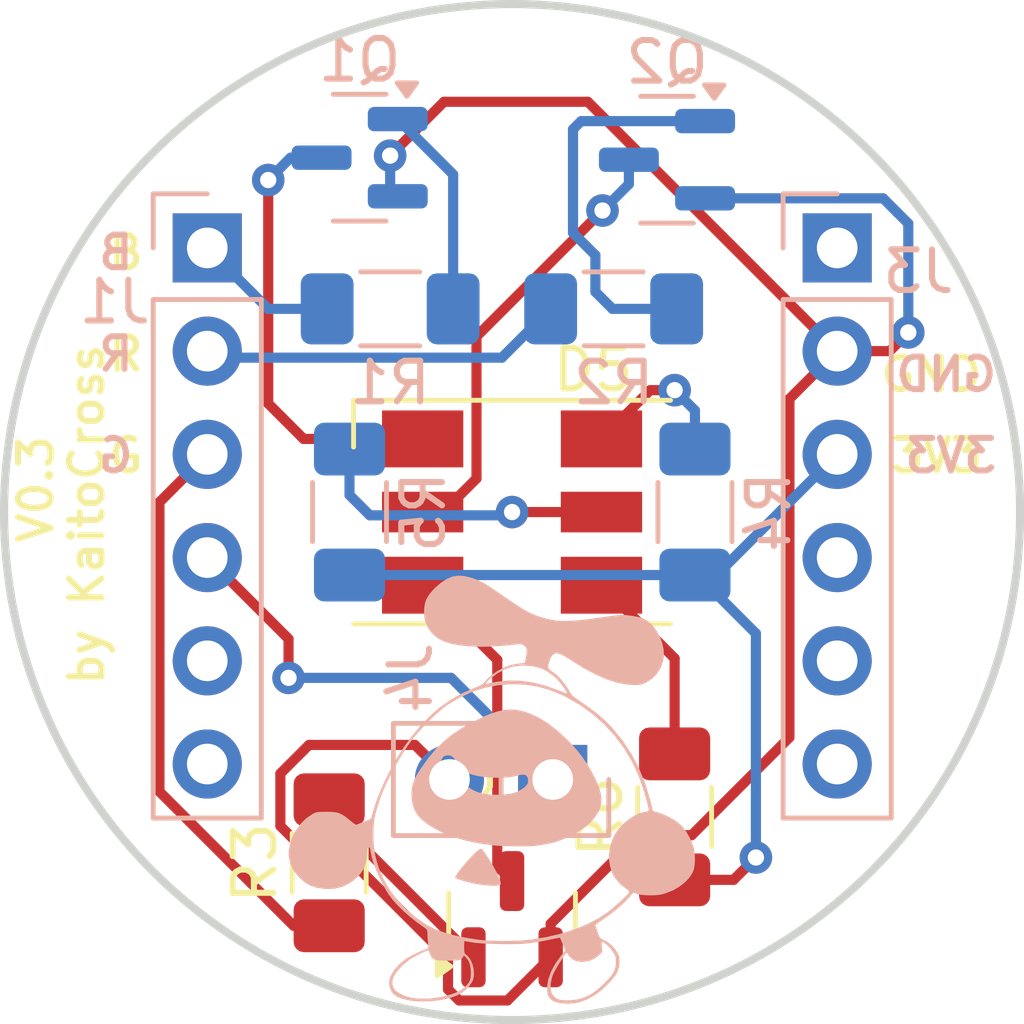
<source format=kicad_pcb>
(kicad_pcb (version 20241229) (generator "pcbnew") (generator_version "9.0")
  (layers (0 "F.Cu" signal) (2 "B.Cu" signal) (13 "F.Paste" user) (15 "B.Paste" user) (5 "F.SilkS" user "F.Silkscreen") (7 "B.SilkS" user "B.Silkscreen") (1 "F.Mask" user) (3 "B.Mask" user) (25 "Edge.Cuts" user))
  (net 0 "")
  (net 1 "Net-(D5-KB)")
  (net 2 "Net-(D5-KG)")
  (net 3 "Net-(D5-AB)")
  (net 4 "Net-(D5-KR)")
  (net 5 "Net-(D5-AG)")
  (net 6 "Net-(D5-AR)")
  (net 7 "Net-(Q1-B)")
  (net 8 "GND")
  (net 9 "Net-(Q2-B)")
  (net 10 "Net-(Q3-B)")
  (net 11 "Net-(J1-Pin_2)")
  (net 12 "Net-(J1-Pin_3)")
  (net 13 "Net-(J1-Pin_1)")
  (net 14 "Net-(J1-Pin_4)")
  (net 19 "VCC")
  (footprint "Package_TO_SOT_SMD:SOT-23" (layer "F.Cu") (at 25 34.9375 90)
    (property "Reference" "Q3" (at 2.9375 -1 90) (layer "F.SilkS"))
    (property "Value" "S8050" (hide yes))
    (fp_line (start 0 -1.56) (end 0.65 -1.56) (stroke (width 0.12)) (layer "F.SilkS"))
    (fp_line (start 0 -1.56) (end -0.65 -1.56) (stroke (width 0.12)) (layer "F.SilkS"))
    (fp_line (start 0 1.56) (end 0.65 1.56) (stroke (width 0.12)) (layer "F.SilkS"))
    (fp_line (start 0 1.56) (end -0.65 1.56) (stroke (width 0.12)) (layer "F.SilkS"))
    (fp_poly (pts (xy -1.1625 -1.51) (xy -1.4025 -1.84) (xy -0.9225 -1.84) (xy -1.1625 -1.51)) (stroke (width 0.12)) (fill yes) (layer "F.SilkS"))
    (pad "1" smd roundrect (at -0.9375 -0.95 90) (size 1.475 0.6) (layers "F.Cu" "F.Mask" "F.Paste") (net 10 "Net-(Q3-B)"))
    (pad "2" smd roundrect (at -0.9375 0.95 90) (size 1.475 0.6) (layers "F.Cu" "F.Mask" "F.Paste") (net 8 "GND"))
    (pad "3" smd roundrect (at 0.9375 0 90) (size 1.475 0.6) (layers "F.Cu" "F.Mask" "F.Paste") (net 2 "Net-(D5-KG)"))
  )
  (footprint "Resistor_SMD:R_1206_3216Metric_Pad1.30x1.75mm_HandSolder" (layer "F.Cu") (at 20.5 33.55 90)
    (property "Reference" "R3" (at 0 -1.83 90) (layer "F.SilkS"))
    (property "Value" "15500")
    (fp_line (start -0.727064 -0.91) (end 0.727064 -0.91) (stroke (width 0.12)) (layer "F.SilkS"))
    (fp_line (start -0.727064 0.91) (end 0.727064 0.91) (stroke (width 0.12)) (layer "F.SilkS"))
    (pad "1" smd roundrect (at -1.55 0 90) (size 1.3 1.75) (layers "F.Cu" "F.Mask" "F.Paste") (roundrect_rratio 0.192308) (net 12 "Net-(J1-Pin_3)"))
    (pad "2" smd roundrect (at 1.55 0 90) (size 1.3 1.75) (layers "F.Cu" "F.Mask" "F.Paste") (roundrect_rratio 0.192308) (net 10 "Net-(Q3-B)"))
  )
  (footprint "LED_SMD:LED_Inolux_IN-P55TATRGB_PLCC6_5.0x5.5mm_P1.8mm" (layer "F.Cu") (at 25 24.92)
    (property "Reference" "D5" (at 2 -3.5 0) (layer "F.SilkS"))
    (property "Value" "Inolux_IN-P55TATRGB" (hide yes))
    (fp_line (start -3.9 -2.75) (end 3.9 -2.75) (stroke (width 0.12)) (layer "F.SilkS"))
    (fp_line (start -3.9 -1.6) (end -3.9 -2.75) (stroke (width 0.12)) (layer "F.SilkS"))
    (fp_line (start -3.9 2.75) (end 3.9 2.75) (stroke (width 0.12)) (layer "F.SilkS"))
    (pad "1" smd rect (at -2.2 -1.8) (size 2 1.4) (layers "F.Cu" "F.Mask" "F.Paste") (net 1 "Net-(D5-KB)"))
    (pad "2" smd rect (at -2.2 0) (size 2 1) (layers "F.Cu" "F.Mask" "F.Paste") (net 4 "Net-(D5-KR)"))
    (pad "3" smd rect (at -2.2 1.8) (size 2 1.4) (layers "F.Cu" "F.Mask" "F.Paste") (net 2 "Net-(D5-KG)"))
    (pad "4" smd rect (at 2.2 1.8) (size 2 1.4) (layers "F.Cu" "F.Mask" "F.Paste") (net 5 "Net-(D5-AG)"))
    (pad "5" smd rect (at 2.2 0) (size 2 1) (layers "F.Cu" "F.Mask" "F.Paste") (net 6 "Net-(D5-AR)"))
    (pad "6" smd rect (at 2.2 -1.8) (size 2 1.4) (layers "F.Cu" "F.Mask" "F.Paste") (net 3 "Net-(D5-AB)"))
  )
  (footprint "Resistor_SMD:R_1206_3216Metric_Pad1.30x1.75mm_HandSolder" (layer "F.Cu") (at 29 32.42 90)
    (property "Reference" "R6" (at 0 -1.82 90) (layer "F.SilkS"))
    (property "Value" "5")
    (fp_line (start -0.727064 -0.91) (end 0.727064 -0.91) (stroke (width 0.12)) (layer "F.SilkS"))
    (fp_line (start -0.727064 0.91) (end 0.727064 0.91) (stroke (width 0.12)) (layer "F.SilkS"))
    (pad "1" smd roundrect (at -1.55 0 90) (size 1.3 1.75) (layers "F.Cu" "F.Mask" "F.Paste") (roundrect_rratio 0.192308) (net 19 "VCC"))
    (pad "2" smd roundrect (at 1.55 0 90) (size 1.3 1.75) (layers "F.Cu" "F.Mask" "F.Paste") (roundrect_rratio 0.192308) (net 5 "Net-(D5-AG)"))
  )
  (footprint "Resistor_SMD:R_1206_3216Metric_Pad1.30x1.75mm_HandSolder" (layer "B.Cu") (at 29.5 24.92 90)
    (property "Reference" "R4" (at 0 1.82 270) (layer "B.SilkS") (effects (justify mirror)))
    (property "Value" "5")
    (fp_line (start 0.727064 -0.91) (end -0.727064 -0.91) (stroke (width 0.12)) (layer "B.SilkS"))
    (fp_line (start 0.727064 0.91) (end -0.727064 0.91) (stroke (width 0.12)) (layer "B.SilkS"))
    (pad "1" smd roundrect (at -1.55 0 90) (size 1.3 1.75) (layers "B.Cu" "B.Mask" "B.Paste") (roundrect_rratio 0.192308) (net 19 "VCC"))
    (pad "2" smd roundrect (at 1.55 0 90) (size 1.3 1.75) (layers "B.Cu" "B.Mask" "B.Paste") (roundrect_rratio 0.192308) (net 3 "Net-(D5-AB)"))
  )
  (footprint "Connector_PinSocket_2.54mm:PinSocket_1x06_P2.54mm_Vertical" (layer "B.Cu") (at 17.5 18.42 180)
    (property "Reference" "J1" (at 2.275 -1.33 0) (layer "B.SilkS") (effects (justify mirror)))
    (property "Value" "Conn_01x06_Socket" (hide yes))
    (fp_line (start 1.33 1.33) (end 0 1.33) (stroke (width 0.12)) (layer "B.SilkS"))
    (fp_line (start 1.33 0) (end 1.33 1.33) (stroke (width 0.12)) (layer "B.SilkS"))
    (fp_line (start 1.33 -1.27) (end -1.33 -1.27) (stroke (width 0.12)) (layer "B.SilkS"))
    (fp_line (start 1.33 -14.03) (end 1.33 -1.27) (stroke (width 0.12)) (layer "B.SilkS"))
    (fp_line (start 1.33 -14.03) (end -1.33 -14.03) (stroke (width 0.12)) (layer "B.SilkS"))
    (fp_line (start -1.33 -14.03) (end -1.33 -1.27) (stroke (width 0.12)) (layer "B.SilkS"))
    (pad "1" thru_hole rect (at 0 0 180) (size 1.7 1.7) (drill 1) (layers "*.Cu" "*.Mask") (net 13 "Net-(J1-Pin_1)"))
    (pad "2" thru_hole oval (at 0 -2.54 180) (size 1.7 1.7) (drill 1) (layers "*.Cu" "*.Mask") (net 11 "Net-(J1-Pin_2)"))
    (pad "3" thru_hole oval (at 0 -5.08 180) (size 1.7 1.7) (drill 1) (layers "*.Cu" "*.Mask") (net 12 "Net-(J1-Pin_3)"))
    (pad "4" thru_hole oval (at 0 -7.62 180) (size 1.7 1.7) (drill 1) (layers "*.Cu" "*.Mask") (net 14 "Net-(J1-Pin_4)"))
    (pad "5" thru_hole oval (at 0 -10.16 180) (size 1.7 1.7) (drill 1) (layers "*.Cu" "*.Mask"))
    (pad "6" thru_hole oval (at 0 -12.7 180) (size 1.7 1.7) (drill 1) (layers "*.Cu" "*.Mask"))
  )
  (footprint "general:pcbtomo_smol_v2" (layer "B.Cu") (at 24.5 31.75 180)
    (property "Reference" "G***" (hide yes))
    (property "Value" "LOGO" (hide yes))
    (fp_poly (pts (xy 0.303502 -1.469011) (xy 0.308607 -1.471643) (xy 0.353858 -1.503679) (xy 0.415458 -1.559294) (xy 0.488439 -1.6327) (xy 0.56783 -1.718108) (xy 0.648665 -1.80973) (xy 0.725973 -1.901778) (xy 0.794788 -1.988464) (xy 0.850139 -2.063999) (xy 0.887058 -2.122594) (xy 0.900578 -2.158463) (xy 0.900378 -2.161041) (xy 0.878299 -2.180842) (xy 0.822596 -2.205773) (xy 0.740195 -2.233845) (xy 0.638018 -2.26307) (xy 0.52299 -2.291461) (xy 0.402034 -2.317027) (xy 0.288169 -2.336855) (xy 0.161959 -2.3531) (xy 0.042156 -2.362833) (xy -0.063151 -2.365873) (xy -0.145878 -2.362039) (xy -0.197938 -2.351152) (xy -0.204431 -2.347819) (xy -0.221166 -2.32994) (xy -0.22229 -2.299177) (xy -0.208128 -2.243046) (xy -0.20724 -2.24007) (xy -0.166163 -2.131076) (xy -0.102489 -1.998696) (xy -0.020523 -1.850707) (xy 0.075428 -1.694882) (xy 0.181058 -1.538996) (xy 0.181085 -1.538957) (xy 0.220835 -1.484824) (xy 0.247468 -1.458827) (xy 0.271513 -1.455409)) (fill yes) (layer "B.SilkS"))
    (fp_poly (pts (xy -0.301151 1.959684) (xy -0.139559 1.924318) (xy 0.037238 1.865499) (xy 0.234249 1.782083) (xy 0.456483 1.672924) (xy 0.494004 1.653367) (xy 0.753504 1.506614) (xy 0.982219 1.353031) (xy 1.187292 1.186081) (xy 1.375867 0.999228) (xy 1.555088 0.785937) (xy 1.732101 0.539671) (xy 1.764445 0.491086) (xy 1.854854 0.342867) (xy 1.917531 0.210936) (xy 1.955756 0.084509) (xy 1.97281 -0.047199) (xy 1.972155 -0.191621) (xy 1.952075 -0.348129) (xy 1.907439 -0.487944) (xy 1.835392 -0.614464) (xy 1.733076 -0.731085) (xy 1.597636 -0.841205) (xy 1.426216 -0.94822) (xy 1.265884 -1.031629) (xy 1.077372 -1.115656) (xy 0.880804 -1.187011) (xy 0.669035 -1.247585) (xy 0.43492 -1.299271) (xy 0.171313 -1.34396) (xy -0.0062 -1.368488) (xy -0.107295 -1.378275) (xy -0.237632 -1.386187) (xy -0.387158 -1.392062) (xy -0.545823 -1.395743) (xy -0.703574 -1.397068) (xy -0.850358 -1.39588) (xy -0.976125 -1.392017) (xy -1.07034 -1.385373) (xy -1.165865 -1.372544) (xy -1.279218 -1.353437) (xy -1.396297 -1.330804) (xy -1.503003 -1.307398) (xy -1.585235 -1.285973) (xy -1.595218 -1.2829) (xy -1.699945 -1.244368) (xy -1.824534 -1.190478) (xy -1.956512 -1.127379) (xy -2.083407 -1.06122) (xy -2.192746 -0.998151) (xy -2.252726 -0.958729) (xy -2.412107 -0.827692) (xy -2.538819 -0.686591) (xy -2.630721 -0.538806) (xy -2.685672 -0.387717) (xy -2.701759 -0.249825) (xy -2.68494 -0.105445) (xy -2.63615 0.063279) (xy -2.569732 0.221904) (xy -0.894445 0.221904) (xy -0.889255 0.167514) (xy -0.868268 0.123434) (xy -0.82336 0.074095) (xy -0.811411 0.062804) (xy -0.743857 0.011559) (xy -0.659571 -0.036842) (xy -0.606044 -0.060492) (xy -0.476215 -0.095944) (xy -0.319945 -0.117991) (xy -0.149738 -0.126579) (xy 0.021903 -0.121653) (xy 0.182476 -0.103156) (xy 0.319479 -0.071034) (xy 0.338276 -0.064663) (xy 0.47561 -0.004353) (xy 0.582441 0.066263) (xy 0.656313 0.144346) (xy 0.694767 0.227055) (xy 0.695346 0.31155) (xy 0.687125 0.338515) (xy 0.65714 0.38108) (xy 0.60711 0.396462) (xy 0.531958 0.385491) (xy 0.486081 0.371317) (xy 0.366012 0.339637) (xy 0.219074 0.315813) (xy 0.055593 0.300156) (xy -0.114104 0.292978) (xy -0.279691 0.294593) (xy -0.430842 0.305312) (xy -0.557229 0.325447) (xy -0.605337 0.338316) (xy -0.718476 0.366357) (xy -0.801687 0.367799) (xy -0.8572 0.341742) (xy -0.887246 0.287288) (xy -0.894445 0.221904) (xy -2.569732 0.221904) (xy -2.555774 0.25524) (xy -2.462733 0.436165) (xy -2.456049 0.447521) (xy -1.532786 0.447521) (xy -1.529346 0.401372) (xy -1.515089 0.362312) (xy -1.47421 0.294604) (xy -1.416482 0.258475) (xy -1.334609 0.247627) (xy -1.273569 0.255923) (xy -1.225623 0.288658) (xy -1.205962 0.310331) (xy -1.169725 0.368566) (xy -1.152895 0.426451) (xy -1.152674 0.432252) (xy -1.170606 0.504466) (xy -1.217015 0.566804) (xy -1.280821 0.607744) (xy -1.330816 0.617504) (xy -1.417437 0.605147) (xy -1.477667 0.564883) (xy -1.514903 0.502638) (xy -1.532786 0.447521) (xy -2.456049 0.447521) (xy -2.34817 0.630819) (xy -2.335259 0.649778) (xy 0.893536 0.649778) (xy 0.925848 0.571967) (xy 0.98191 0.520572) (xy 1.052118 0.498637) (xy 1.126868 0.509201) (xy 1.195425 0.55417) (xy 1.242813 0.617883) (xy 1.252519 0.682601) (xy 1.22609 0.758928) (xy 1.225478 0.760116) (xy 1.189943 0.810427) (xy 1.141703 0.836158) (xy 1.067793 0.843885) (xy 1.060195 0.843922) (xy 0.990614 0.825898) (xy 0.933296 0.779371) (xy 0.897956 0.715656) (xy 0.893536 0.649778) (xy -2.335259 0.649778) (xy -2.228225 0.806948) (xy -2.094246 0.975895) (xy -1.937578 1.149007) (xy -1.852512 1.236173) (xy -1.615394 1.456317) (xy -1.381383 1.636777) (xy -1.148609 1.778737) (xy -0.915204 1.883377) (xy -0.74478 1.936512) (xy -0.598753 1.964636) (xy -0.452546 1.972742)) (fill yes) (layer "B.SilkS"))
    (fp_poly (pts (xy 0.967316 5.242575) (xy 1.105777 5.184114) (xy 1.251539 5.089408) (xy 1.259279 5.083614) (xy 1.414874 4.948666) (xy 1.538604 4.803439) (xy 1.606432 4.69303) (xy 1.640774 4.596015) (xy 1.661021 4.474758) (xy 1.666372 4.343981) (xy 1.656026 4.218403) (xy 1.636824 4.134404) (xy 1.563933 3.96943) (xy 1.459879 3.830929) (xy 1.326325 3.72068) (xy 1.180747 3.646483) (xy 0.997193 3.589648) (xy 0.779289 3.548595) (xy 0.530783 3.523514) (xy 0.255425 3.514591) (xy -0.043038 3.522015) (xy -0.360856 3.545975) (xy -0.505672 3.561782) (xy -0.603251 3.572511) (xy -0.670216 3.576763) (xy -0.716658 3.574206) (xy -0.752671 3.564503) (xy -0.778104 3.552751) (xy -0.826738 3.516928) (xy -0.853549 3.466814) (xy -0.860119 3.395245) (xy -0.848033 3.295054) (xy -0.842044 3.263497) (xy -0.813047 3.118395) (xy -0.674306 3.104677) (xy -0.581196 3.091552) (xy -0.485424 3.071961) (xy -0.427305 3.056109) (xy -0.280561 2.996663) (xy -0.132967 2.915197) (xy 0.003867 2.819458) (xy 0.118333 2.717189) (xy 0.170261 2.657463) (xy 0.207124 2.616242) (xy 0.252616 2.581791) (xy 0.316398 2.548302) (xy 0.408135 2.509968) (xy 0.429529 2.501655) (xy 0.729959 2.369908) (xy 1.010039 2.213141) (xy 1.273137 2.028531) (xy 1.522622 1.813252) (xy 1.761862 1.564481) (xy 1.994224 1.279393) (xy 2.157298 1.052767) (xy 2.311145 0.813598) (xy 2.459541 0.554222) (xy 2.598081 0.283908) (xy 2.722361 0.011922) (xy 2.827976 -0.252467) (xy 2.910521 -0.499991) (xy 2.932389 -0.578057) (xy 2.968275 -0.713569) (xy 3.146502 -0.789038) (xy 3.225614 -0.821869) (xy 3.290328 -0.84748) (xy 3.33141 -0.862277) (xy 3.340466 -0.864506) (xy 3.362456 -0.852224) (xy 3.407635 -0.819442) (xy 3.467767 -0.772254) (xy 3.493753 -0.751049) (xy 3.596377 -0.669722) (xy 3.681755 -0.612999) (xy 3.761928 -0.576547) (xy 3.848933 -0.556037) (xy 3.954811 -0.547136) (xy 4.065235 -0.545462) (xy 4.171736 -0.546058) (xy 4.247241 -0.548975) (xy 4.301914 -0.555911) (xy 4.345923 -0.568562) (xy 4.389433 -0.588625) (xy 4.418672 -0.604452) (xy 4.568164 -0.70791) (xy 4.702098 -0.840582) (xy 4.81622 -0.995044) (xy 4.906272 -1.163874) (xy 4.967998 -1.33965) (xy 4.997142 -1.514949) (xy 4.997425 -1.613699) (xy 4.965692 -1.790724) (xy 4.894328 -1.958686) (xy 4.784261 -2.115583) (xy 4.745182 -2.158782) (xy 4.613402 -2.276684) (xy 4.473305 -2.359439) (xy 4.314398 -2.413011) (xy 4.287133 -2.419145) (xy 4.069584 -2.447184) (xy 3.863869 -2.437266) (xy 3.672096 -2.389948) (xy 3.496371 -2.305787) (xy 3.338801 -2.185341) (xy 3.314362 -2.161688) (xy 3.209358 -2.042553) (xy 3.137745 -1.924027) (xy 3.094105 -1.793906) (xy 3.073019 -1.639988) (xy 3.071502 -1.614767) (xy 3.065717 -1.522953) (xy 3.058848 -1.464994) (xy 3.04918 -1.433584) (xy 3.034999 -1.421413) (xy 3.025845 -1.42026) (xy 3.003467 -1.429553) (xy 2.98908 -1.463023) (xy 2.979135 -1.529061) (xy 2.978919 -1.53114) (xy 2.957378 -1.647438) (xy 2.915918 -1.789159) (xy 2.858077 -1.947896) (xy 2.787391 -2.115241) (xy 2.707398 -2.282787) (xy 2.621635 -2.442126) (xy 2.538913 -2.576918) (xy 2.439085 -2.709672) (xy 2.309585 -2.853671) (xy 2.15773 -3.002089) (xy 1.990837 -3.148099) (xy 1.816222 -3.284876) (xy 1.672407 -3.385355) (xy 1.620426 -3.422421) (xy 1.594321 -3.45539) (xy 1.584849 -3.501142) (xy 1.58319 -3.548238) (xy 1.579352 -3.632228) (xy 1.571532 -3.727918) (xy 1.566428 -3.774103) (xy 1.559326 -3.842391) (xy 1.561122 -3.88112) (xy 1.574023 -3.901352) (xy 1.593894 -3.91168) (xy 1.773227 -3.986308) (xy 1.919686 -4.053982) (xy 2.040098 -4.118643) (xy 2.141288 -4.184232) (xy 2.230081 -4.25469) (xy 2.29737 -4.3178) (xy 2.384257 -4.418559) (xy 2.456041 -4.528644) (xy 2.505544 -4.635899) (xy 2.522464 -4.698886) (xy 2.522553 -4.809774) (xy 2.490703 -4.921084) (xy 2.432083 -5.016498) (xy 2.416596 -5.033248) (xy 2.329099 -5.0957) (xy 2.208893 -5.144916) (xy 2.062279 -5.180814) (xy 1.895557 -5.203311) (xy 1.715027 -5.212325) (xy 1.526989 -5.207775) (xy 1.337744 -5.189578) (xy 1.153592 -5.157651) (xy 0.980833 -5.111913) (xy 0.829394 -5.05395) (xy 0.730257 -4.996006) (xy 0.63364 -4.91762) (xy 0.548751 -4.828287) (xy 0.484798 -4.7375) (xy 0.453923 -4.666806) (xy 0.436042 -4.545149) (xy 0.438909 -4.498604) (xy 0.515039 -4.498604) (xy 0.516411 -4.586191) (xy 0.523354 -4.647196) (xy 0.539242 -4.696148) (xy 0.567449 -4.747574) (xy 0.57606 -4.761321) (xy 0.650641 -4.851745) (xy 0.753156 -4.928837) (xy 0.888532 -4.995825) (xy 0.992535 -5.034167) (xy 1.249615 -5.102199) (xy 1.512918 -5.138837) (xy 1.771795 -5.143079) (xy 1.95543 -5.12459) (xy 2.071187 -5.097243) (xy 2.185476 -5.054154) (xy 2.287618 -5.000656) (xy 2.366932 -4.942084) (xy 2.40312 -4.900968) (xy 2.442383 -4.805896) (xy 2.444028 -4.700095) (xy 2.408007 -4.589671) (xy 2.405691 -4.585066) (xy 2.349815 -4.498995) (xy 2.26758 -4.402233) (xy 2.168432 -4.304402) (xy 2.061818 -4.215126) (xy 1.9973 -4.169076) (xy 1.938049 -4.133027) (xy 1.863549 -4.092156) (xy 1.782176 -4.05048) (xy 1.702308 -4.012017) (xy 1.632323 -3.980785) (xy 1.580598 -3.960801) (xy 1.555511 -3.956083) (xy 1.554649 -3.956792) (xy 1.546001 -3.977709) (xy 1.528692 -4.0234) (xy 1.521663 -4.042441) (xy 1.495142 -4.103205) (xy 1.46249 -4.147358) (xy 1.417125 -4.177465) (xy 1.352468 -4.196092) (xy 1.261937 -4.205804) (xy 1.138953 -4.209166) (xy 1.093596 -4.20932) (xy 0.974804 -4.208492) (xy 0.889542 -4.205461) (xy 0.830198 -4.199406) (xy 0.789158 -4.189503) (xy 0.75881 -4.174932) (xy 0.755514 -4.172824) (xy 0.716623 -4.137607) (xy 0.699853 -4.10314) (xy 0.699838 -4.10234) (xy 0.694477 -4.084659) (xy 0.67368 -4.094034) (xy 0.645664 -4.118252) (xy 0.579117 -4.199312) (xy 0.537106 -4.300365) (xy 0.517319 -4.428149) (xy 0.515039 -4.498604) (xy 0.438909 -4.498604) (xy 0.443987 -4.416152) (xy 0.474801 -4.290565) (xy 0.525526 -4.179136) (xy 0.593202 -4.092612) (xy 0.61756 -4.072232) (xy 0.649482 -4.046034) (xy 0.667935 -4.018626) (xy 0.676593 -3.978326) (xy 0.67913 -3.913452) (xy 0.679255 -3.876113) (xy 0.678609 -3.803417) (xy 0.676906 -3.75013) (xy 0.674491 -3.726404) (xy 0.674109 -3.72602) (xy 0.652944 -3.729522) (xy 0.600842 -3.73852) (xy 0.527406 -3.751352) (xy 0.494004 -3.757221) (xy 0.390115 -3.771125) (xy 0.253938 -3.782848) (xy 0.094305 -3.792171) (xy -0.079953 -3.798879) (xy -0.260004 -3.802753) (xy -0.437017 -3.803579) (xy -0.602158 -3.801138) (xy -0.746598 -3.795214) (xy -0.823338 -3.789564) (xy -0.95188 -3.775179) (xy -1.093767 -3.755116) (xy -1.228747 -3.732417) (xy -1.30705 -3.716859) (xy -1.406688 -3.695533) (xy -1.498827 -3.676367) (xy -1.571609 -3.661797) (xy -1.60659 -3.655312) (xy -1.679711 -3.642935) (xy -1.744983 -3.79931) (xy -1.810254 -3.955684) (xy -1.713028 -4.075924) (xy -1.567098 -4.277904) (xy -1.459706 -4.474875) (xy -1.391446 -4.665563) (xy -1.364321 -4.825778) (xy -1.363298 -4.962374) (xy -1.385265 -5.067704) (xy -1.432897 -5.146302) (xy -1.508867 -5.202707) (xy -1.608103 -5.239438) (xy -1.728771 -5.260115) (xy -1.869411 -5.266607) (xy -2.011389 -5.259025) (xy -2.136074 -5.237482) (xy -2.14068 -5.236266) (xy -2.334635 -5.168145) (xy -2.518867 -5.069258) (xy -2.698539 -4.936302) (xy -2.878816 -4.765978) (xy -2.882888 -4.761723) (xy -2.953553 -4.68296) (xy -3.018304 -4.602315) (xy -3.068168 -4.531382) (xy -3.087998 -4.496696) (xy -3.132149 -4.369043) (xy -3.146954 -4.238495) (xy -3.055759 -4.238495) (xy -3.047653 -4.346195) (xy -3.021901 -4.44154) (xy -2.974065 -4.533244) (xy -2.899704 -4.63002) (xy -2.805583 -4.729499) (xy -2.653274 -4.872951) (xy -2.514613 -4.98443) (xy -2.382313 -5.067411) (xy -2.249086 -5.125368) (xy -2.107644 -5.161775) (xy -1.950699 -5.180104) (xy -1.852512 -5.183779) (xy -1.743623 -5.180379) (xy -1.659924 -5.164794) (xy -1.609768 -5.146024) (xy -1.527978 -5.087815) (xy -1.474028 -5.002176) (xy -1.448524 -4.892549) (xy -1.452074 -4.762376) (xy -1.485286 -4.615099) (xy -1.505654 -4.555782) (xy -1.527178 -4.5091) (xy -1.563323 -4.441829) (xy -1.609517 -4.361374) (xy -1.661192 -4.275137) (xy -1.713777 -4.190524) (xy -1.762703 -4.114938) (xy -1.8034 -4.055782) (xy -1.831297 -4.02046) (xy -1.840195 -4.013777) (xy -1.855498 -4.029547) (xy -1.883051 -4.069046) (xy -1.894074 -4.086459) (xy -1.967319 -4.167017) (xy -2.068237 -4.218532) (xy -2.194086 -4.239706) (xy -2.218528 -4.240195) (xy -2.375851 -4.222945) (xy -2.512703 -4.170572) (xy -2.629965 -4.083661) (xy -2.723019 -3.9945) (xy -2.710042 -3.870346) (xy -2.705806 -3.805259) (xy -2.707788 -3.760308) (xy -2.714245 -3.746192) (xy -2.752788 -3.761182) (xy -2.807472 -3.800774) (xy -2.869392 -3.856896) (xy -2.929643 -3.92148) (xy -2.979217 -3.986302) (xy -3.021794 -4.054655) (xy -3.044981 -4.108843) (xy -3.0544 -4.167397) (xy -3.055759 -4.238495) (xy -3.146954 -4.238495) (xy -3.147271 -4.235697) (xy -3.132676 -4.109616) (xy -3.111777 -4.048162) (xy -3.047798 -3.939574) (xy -2.958993 -3.837004) (xy -2.857259 -3.752428) (xy -2.769505 -3.703631) (xy -2.715006 -3.679751) (xy -2.679245 -3.656509) (xy -2.653933 -3.623653) (xy -2.63078 -3.570928) (xy -2.60619 -3.501635) (xy -2.580887 -3.426959) (xy -2.561933 -3.367919) (xy -2.552571 -3.33472) (xy -2.552109 -3.331499) (xy -2.568328 -3.315551) (xy -2.612266 -3.282095) (xy -2.677142 -3.23609) (xy -2.753126 -3.184522) (xy -2.893542 -3.085269) (xy -3.036145 -2.974164) (xy -3.171676 -2.859099) (xy -3.290877 -2.747967) (xy -3.384488 -2.648661) (xy -3.391658 -2.640195) (xy -3.478973 -2.535907) (xy -3.576561 -2.567873) (xy -3.667776 -2.587192) (xy -3.795623 -2.597954) (xy -3.900567 -2.600195) (xy -4.014341 -2.598638) (xy -4.102388 -2.592125) (xy -4.180053 -2.578508) (xy -4.26268 -2.555645) (xy -4.296068 -2.544911) (xy -4.46573 -2.47547) (xy -4.621028 -2.385563) (xy -4.75613 -2.280154) (xy -4.865204 -2.164206) (xy -4.942421 -2.04268) (xy -4.970509 -1.970933) (xy -4.992364 -1.8576) (xy -5.000481 -1.722326) (xy -4.994874 -1.581971) (xy -4.975557 -1.453397) (xy -4.970042 -1.430548) (xy -4.925924 -1.301365) (xy -4.861456 -1.163926) (xy -4.784362 -1.032127) (xy -4.702368 -0.919862) (xy -4.660672 -0.874126) (xy -4.551345 -0.783685) (xy -4.41329 -0.697236) (xy -4.258845 -0.621658) (xy -4.108656 -0.566339) (xy -3.966826 -0.52297) (xy -3.956195 -0.48088) (xy -3.859448 -0.48088) (xy -3.857462 -0.512369) (xy -3.845354 -0.529706) (xy -3.823128 -0.538039) (xy -3.79079 -0.542517) (xy -3.766439 -0.545508) (xy -3.628744 -0.581987) (xy -3.485141 -0.650923) (xy -3.343706 -0.746057) (xy -3.212513 -0.861125) (xy -3.099635 -0.989867) (xy -3.013148 -1.12602) (xy -3.010071 -1.132091) (xy -2.951464 -1.275839) (xy -2.908192 -1.435958) (xy -2.884985 -1.593014) (xy -2.882347 -1.65697) (xy -2.89082 -1.766156) (xy -2.913523 -1.888633) (xy -2.946231 -2.005904) (xy -2.982403 -2.095016) (xy -3.046285 -2.194015) (xy -3.134308 -2.296089) (xy -3.233269 -2.386985) (xy -3.293572 -2.430986) (xy -3.351232 -2.471694) (xy -3.377695 -2.50097) (xy -3.378664 -2.52564) (xy -3.376482 -2.530285) (xy -3.348759 -2.566471) (xy -3.295789 -2.622735) (xy -3.22413 -2.693018) (xy -3.14034 -2.771259) (xy -3.050977 -2.8514) (xy -2.962599 -2.927382) (xy -2.881765 -2.993146) (xy -2.845636 -3.02074) (xy -2.604261 -3.178342) (xy -2.32937 -3.319361) (xy -2.025806 -3.442158) (xy -1.698414 -3.545091) (xy -1.352036 -3.626519) (xy -0.991516 -3.684801) (xy -0.83363 -3.702311) (xy -0.683326 -3.713143) (xy -0.50984 -3.719823) (xy -0.324029 -3.722421) (xy -0.136746 -3.72101) (xy 0.041151 -3.715661) (xy 0.198809 -3.706446) (xy 0.315785 -3.694729) (xy 0.626115 -3.646607) (xy 0.907699 -3.587654) (xy 1.157623 -3.518676) (xy 1.372972 -3.44048) (xy 1.550831 -3.353872) (xy 1.5539 -3.35211) (xy 1.836033 -3.168146) (xy 2.090134 -2.958504) (xy 2.313958 -2.725794) (xy 2.505262 -2.472629) (xy 2.661801 -2.201619) (xy 2.776265 -1.930018) (xy 2.831779 -1.756434) (xy 2.87071 -1.595562) (xy 2.895355 -1.433279) (xy 2.908008 -1.255461) (xy 2.911018 -1.101216) (xy 2.909072 -0.958611) (xy 2.900973 -0.831906) (xy 2.884858 -0.711406) (xy 2.858861 -0.587411) (xy 2.82112 -0.450224) (xy 2.76977 -0.290148) (xy 2.736364 -0.192609) (xy 2.663002 -0.004184) (xy 2.567804 0.205647) (xy 2.456052 0.427319) (xy 2.333028 0.651262) (xy 2.204012 0.86791) (xy 2.074287 1.067695) (xy 1.949132 1.24105) (xy 1.934846 1.2594) (xy 1.834432 1.380317) (xy 1.716825 1.510685) (xy 1.588843 1.643853) (xy 1.457303 1.77317) (xy 1.329022 1.891986) (xy 1.210818 1.993649) (xy 1.10951 2.07151) (xy 1.085746 2.087714) (xy 0.783353 2.266707) (xy 0.479772 2.40565) (xy 0.171608 2.5056) (xy -0.144534 2.567616) (xy -0.472049 2.592755) (xy -0.537619 2.593451) (xy -0.837051 2.579398) (xy -1.120277 2.535571) (xy -1.396726 2.459686) (xy -1.675826 2.349459) (xy -1.811049 2.284913) (xy -2.155656 2.089542) (xy -2.473729 1.863261) (xy -2.763917 1.607728) (xy -3.024866 1.3246) (xy -3.255222 1.015536) (xy -3.453631 0.682195) (xy -3.618741 0.326234) (xy -3.749197 -0.050687) (xy -3.766101 -0.110413) (xy -3.80464 -0.250005) (xy -3.833042 -0.354847) (xy -3.85131 -0.430089) (xy -3.859448 -0.48088) (xy -3.956195 -0.48088) (xy -3.899482 -0.256339) (xy -3.779495 0.143805) (xy -3.627421 0.519181) (xy -3.441824 0.872503) (xy -3.221271 1.206482) (xy -2.964327 1.52383) (xy -2.948511 1.541523) (xy -2.769482 1.721486) (xy -2.552927 1.905246) (xy -2.30199 2.090199) (xy -2.216606 2.148104) (xy -2.115139 2.216917) (xy -2.042084 2.270447) (xy -1.990637 2.314726) (xy -1.95399 2.355786) (xy -1.941793 2.374464) (xy -1.85012 2.374464) (xy -1.845691 2.367098) (xy -1.823918 2.374234) (xy -1.772058 2.393583) (xy -1.698239 2.422059) (xy -1.623796 2.451334) (xy -1.306586 2.562833) (xy -1.005164 2.638813) (xy -0.715358 2.67976) (xy -0.432998 2.686163) (xy -0.153913 2.658508) (xy -0.036021 2.636718) (xy 0.043388 2.621721) (xy 0.104917 2.613265) (xy 0.139602 2.612427) (xy 0.144085 2.615059) (xy 0.12982 2.636104) (xy 0.092621 2.675009) (xy 0.046313 2.718121) (xy -0.137316 2.859642) (xy -0.326564 2.96149) (xy -0.525 3.025108) (xy -0.736193 3.051937) (xy -0.782171 3.05303) (xy -1.00017 3.037102) (xy -1.198833 2.985315) (xy -1.380944 2.896528) (xy -1.549288 2.769602) (xy -1.60551 2.715917) (xy -1.6578 2.658676) (xy -1.712108 2.591944) (xy -1.763463 2.522939) (xy -1.806897 2.458879) (xy -1.837439 2.406982) (xy -1.85012 2.374464) (xy -1.941793 2.374464) (xy -1.925339 2.399662) (xy -1.918146 2.412672) (xy -1.859607 2.508776) (xy -1.785634 2.61192) (xy -1.70512 2.711105) (xy -1.626955 2.795336) (xy -1.563894 2.85081) (xy -1.483576 2.910089) (xy -1.430972 2.951844) (xy -1.401426 2.983985) (xy -1.390281 3.014423) (xy -1.392882 3.051069) (xy -1.404574 3.101834) (xy -1.407934 3.11581) (xy -1.443969 3.229065) (xy -1.490091 3.304366) (xy -1.548025 3.344069) (xy -1.580301 3.35115) (xy -1.624127 3.349668) (xy -1.676529 3.335185) (xy -1.742965 3.305063) (xy -1.828895 3.256661) (xy -1.939777 3.187339) (xy -1.999848 3.148235) (xy -2.292837 2.968387) (xy -2.5736 2.82134) (xy -2.840465 2.707741) (xy -3.091756 2.628235) (xy -3.325798 2.583468) (xy -3.490756 2.573077) (xy -3.586087 2.574514) (xy -3.655011 2.580951) (xy -3.712235 2.595314) (xy -3.772466 2.620531) (xy -3.802187 2.635057) (xy -3.949367 2.730647) (xy -4.070382 2.854646) (xy -4.161325 3.001198) (xy -4.21829 3.164449) (xy -4.235836 3.285175) (xy -4.230131 3.443092) (xy -4.195934 3.604369) (xy -4.137245 3.7618) (xy -4.058062 3.908184) (xy -3.962384 4.036317) (xy -3.854209 4.138996) (xy -3.737537 4.209017) (xy -3.718838 4.216525) (xy -3.64855 4.237461) (xy -3.553145 4.258794) (xy -3.448502 4.277172) (xy -3.399363 4.283995) (xy -3.336077 4.291531) (xy -3.280681 4.296545) (xy -3.226933 4.298599) (xy -3.168589 4.297256) (xy -3.099407 4.292077) (xy -3.013143 4.282624) (xy -2.903554 4.26846) (xy -2.764398 4.249146) (xy -2.629606 4.22998) (xy -2.386714 4.197002) (xy -2.178579 4.17282) (xy -1.999763 4.157334) (xy -1.844828 4.150443) (xy -1.708336 4.152047) (xy -1.584851 4.162045) (xy -1.468935 4.180338) (xy -1.356474 4.206471) (xy -1.248447 4.236153) (xy -1.152971 4.265294) (xy -1.064992 4.296595) (xy -0.979452 4.332758) (xy -0.891293 4.376483) (xy -0.795461 4.430473) (xy -0.686896 4.497429) (xy -0.560543 4.580051) (xy -0.411345 4.681043) (xy -0.234246 4.803104) (xy -0.216126 4.815658) (xy -0.071968 4.914719) (xy 0.045665 4.993062) (xy 0.143421 5.054347) (xy 0.227948 5.102231) (xy 0.305897 5.140373) (xy 0.383914 5.172431) (xy 0.46865 5.202066) (xy 0.510504 5.215509) (xy 0.678203 5.256771) (xy 0.827633 5.266294)) (fill yes) (layer "B.SilkS"))
  )
  (footprint "Package_TO_SOT_SMD:SOT-23" (layer "B.Cu") (at 28.8125 16.25 180)
    (property "Reference" "Q2" (at 0 2.4 0) (layer "B.SilkS") (effects (justify mirror)))
    (property "Value" "S8050" (hide yes))
    (fp_line (start 0.65 1.56) (end 0 1.56) (stroke (width 0.12)) (layer "B.SilkS"))
    (fp_line (start 0.65 -1.56) (end 0 -1.56) (stroke (width 0.12)) (layer "B.SilkS"))
    (fp_line (start -0.65 1.56) (end 0 1.56) (stroke (width 0.12)) (layer "B.SilkS"))
    (fp_line (start -0.65 -1.56) (end 0 -1.56) (stroke (width 0.12)) (layer "B.SilkS"))
    (fp_poly (pts (xy -1.1625 1.51) (xy -1.4025 1.84) (xy -0.9225 1.84) (xy -1.1625 1.51)) (stroke (width 0.12)) (fill yes) (layer "B.SilkS"))
    (pad "1" smd roundrect (at -0.9375 0.95 180) (size 1.475 0.6) (layers "B.Cu" "B.Mask" "B.Paste") (net 9 "Net-(Q2-B)"))
    (pad "2" smd roundrect (at -0.9375 -0.95 180) (size 1.475 0.6) (layers "B.Cu" "B.Mask" "B.Paste") (net 8 "GND"))
    (pad "3" smd roundrect (at 0.9375 0 180) (size 1.475 0.6) (layers "B.Cu" "B.Mask" "B.Paste") (net 4 "Net-(D5-KR)"))
  )
  (footprint "Connector_PinHeader_2.54mm:PinHeader_1x02_P2.54mm_Vertical" (layer "B.Cu") (at 26 31.5 90)
    (property "Reference" "J4" (at 2.5 -3.5 90) (layer "B.SilkS") (effects (justify mirror)))
    (property "Value" "Conn_01x02_Pin" (hide yes))
    (fp_line (start -1.38 -3.92) (end 1.38 -3.92) (stroke (width 0.12)) (layer "B.SilkS"))
    (fp_line (start 1.38 -1.27) (end 1.38 -3.92) (stroke (width 0.12)) (layer "B.SilkS"))
    (fp_line (start -1.38 -1.27) (end -1.38 -3.92) (stroke (width 0.12)) (layer "B.SilkS"))
    (fp_line (start -1.38 -1.27) (end 1.38 -1.27) (stroke (width 0.12)) (layer "B.SilkS"))
    (fp_line (start -1.38 0) (end -1.38 1.38) (stroke (width 0.12)) (layer "B.SilkS"))
    (fp_line (start -1.38 1.38) (end 0 1.38) (stroke (width 0.12)) (layer "B.SilkS"))
    (pad "1" thru_hole rect (at 0 0 90) (size 1.7 1.7) (drill 1) (layers "*.Cu" "*.Mask") (net 14 "Net-(J1-Pin_4)"))
    (pad "2" thru_hole circle (at 0 -2.54 90) (size 1.7 1.7) (drill 1) (layers "*.Cu" "*.Mask") (net 8 "GND"))
  )
  (footprint "Connector_PinSocket_2.54mm:PinSocket_1x06_P2.54mm_Vertical" (layer "B.Cu") (at 33 18.42 180)
    (property "Reference" "J3" (at -2 -0.58 0) (layer "B.SilkS") (effects (justify mirror)))
    (property "Value" "Conn_01x06_Socket" (hide yes))
    (fp_line (start 1.33 1.33) (end 0 1.33) (stroke (width 0.12)) (layer "B.SilkS"))
    (fp_line (start 1.33 0) (end 1.33 1.33) (stroke (width 0.12)) (layer "B.SilkS"))
    (fp_line (start 1.33 -1.27) (end -1.33 -1.27) (stroke (width 0.12)) (layer "B.SilkS"))
    (fp_line (start 1.33 -14.03) (end 1.33 -1.27) (stroke (width 0.12)) (layer "B.SilkS"))
    (fp_line (start 1.33 -14.03) (end -1.33 -14.03) (stroke (width 0.12)) (layer "B.SilkS"))
    (fp_line (start -1.33 -14.03) (end -1.33 -1.27) (stroke (width 0.12)) (layer "B.SilkS"))
    (pad "1" thru_hole rect (at 0 0 180) (size 1.7 1.7) (drill 1) (layers "*.Cu" "*.Mask"))
    (pad "2" thru_hole oval (at 0 -2.54 180) (size 1.7 1.7) (drill 1) (layers "*.Cu" "*.Mask") (net 8 "GND"))
    (pad "3" thru_hole oval (at 0 -5.08 180) (size 1.7 1.7) (drill 1) (layers "*.Cu" "*.Mask") (net 19 "VCC"))
    (pad "4" thru_hole oval (at 0 -7.62 180) (size 1.7 1.7) (drill 1) (layers "*.Cu" "*.Mask"))
    (pad "5" thru_hole oval (at 0 -10.16 180) (size 1.7 1.7) (drill 1) (layers "*.Cu" "*.Mask"))
    (pad "6" thru_hole oval (at 0 -12.7 180) (size 1.7 1.7) (drill 1) (layers "*.Cu" "*.Mask"))
  )
  (footprint "Resistor_SMD:R_1206_3216Metric_Pad1.30x1.75mm_HandSolder" (layer "B.Cu") (at 21 24.92 90)
    (property "Reference" "R5" (at 0 1.82 270) (layer "B.SilkS") (effects (justify mirror)))
    (property "Value" "40")
    (fp_line (start 0.727064 -0.91) (end -0.727064 -0.91) (stroke (width 0.12)) (layer "B.SilkS"))
    (fp_line (start 0.727064 0.91) (end -0.727064 0.91) (stroke (width 0.12)) (layer "B.SilkS"))
    (pad "1" smd roundrect (at -1.55 0 90) (size 1.3 1.75) (layers "B.Cu" "B.Mask" "B.Paste") (roundrect_rratio 0.192308) (net 19 "VCC"))
    (pad "2" smd roundrect (at 1.55 0 90) (size 1.3 1.75) (layers "B.Cu" "B.Mask" "B.Paste") (roundrect_rratio 0.192308) (net 6 "Net-(D5-AR)"))
  )
  (footprint "Resistor_SMD:R_1206_3216Metric_Pad1.30x1.75mm_HandSolder" (layer "B.Cu") (at 22 19.92)
    (property "Reference" "R1" (at 0 1.82 180) (layer "B.SilkS") (effects (justify mirror)))
    (property "Value" "15500")
    (fp_line (start 0.727064 -0.91) (end -0.727064 -0.91) (stroke (width 0.12)) (layer "B.SilkS"))
    (fp_line (start 0.727064 0.91) (end -0.727064 0.91) (stroke (width 0.12)) (layer "B.SilkS"))
    (pad "1" smd roundrect (at -1.55 0) (size 1.3 1.75) (layers "B.Cu" "B.Mask" "B.Paste") (roundrect_rratio 0.192308) (net 13 "Net-(J1-Pin_1)"))
    (pad "2" smd roundrect (at 1.55 0) (size 1.3 1.75) (layers "B.Cu" "B.Mask" "B.Paste") (roundrect_rratio 0.192308) (net 7 "Net-(Q1-B)"))
  )
  (footprint "Package_TO_SOT_SMD:SOT-23" (layer "B.Cu") (at 21.25 16.2 180)
    (property "Reference" "Q1" (at 0 2.4 0) (layer "B.SilkS") (effects (justify mirror)))
    (property "Value" "S8050" (hide yes))
    (fp_line (start 0.65 1.56) (end 0 1.56) (stroke (width 0.12)) (layer "B.SilkS"))
    (fp_line (start 0.65 -1.56) (end 0 -1.56) (stroke (width 0.12)) (layer "B.SilkS"))
    (fp_line (start -0.65 1.56) (end 0 1.56) (stroke (width 0.12)) (layer "B.SilkS"))
    (fp_line (start -0.65 -1.56) (end 0 -1.56) (stroke (width 0.12)) (layer "B.SilkS"))
    (fp_poly (pts (xy -1.1625 1.51) (xy -1.4025 1.84) (xy -0.9225 1.84) (xy -1.1625 1.51)) (stroke (width 0.12)) (fill yes) (layer "B.SilkS"))
    (pad "1" smd roundrect (at -0.9375 0.95 180) (size 1.475 0.6) (layers "B.Cu" "B.Mask" "B.Paste") (net 7 "Net-(Q1-B)"))
    (pad "2" smd roundrect (at -0.9375 -0.95 180) (size 1.475 0.6) (layers "B.Cu" "B.Mask" "B.Paste") (net 8 "GND"))
    (pad "3" smd roundrect (at 0.9375 0 180) (size 1.475 0.6) (layers "B.Cu" "B.Mask" "B.Paste") (net 1 "Net-(D5-KB)"))
  )
  (footprint "Resistor_SMD:R_1206_3216Metric_Pad1.30x1.75mm_HandSolder" (layer "B.Cu") (at 27.5 19.92)
    (property "Reference" "R2" (at 0 1.82 180) (layer "B.SilkS") (effects (justify mirror)))
    (property "Value" "15500")
    (fp_line (start 0.727064 -0.91) (end -0.727064 -0.91) (stroke (width 0.12)) (layer "B.SilkS"))
    (fp_line (start 0.727064 0.91) (end -0.727064 0.91) (stroke (width 0.12)) (layer "B.SilkS"))
    (pad "1" smd roundrect (at -1.55 0) (size 1.3 1.75) (layers "B.Cu" "B.Mask" "B.Paste") (roundrect_rratio 0.192308) (net 11 "Net-(J1-Pin_2)"))
    (pad "2" smd roundrect (at 1.55 0) (size 1.3 1.75) (layers "B.Cu" "B.Mask" "B.Paste") (roundrect_rratio 0.192308) (net 9 "Net-(Q2-B)"))
  )
  (gr_circle (center 25 24.92) (end 37.5 24.92) (stroke (width 0.2)) (fill no) (layer "Edge.Cuts"))
  (gr_text "B" (at 15 19 0) (layer "F.SilkS") (effects (font (size 0.8 0.8) (thickness 0.15) (bold yes)) (justify left bottom)))
  (gr_text "GND" (at 34 22 0) (layer "F.SilkS") (effects (font (size 0.8 0.8)) (justify left bottom)))
  (gr_text "R" (at 15 21.5 0) (layer "F.SilkS") (effects (font (size 0.8 0.8) (thickness 0.15) (bold yes)) (justify left bottom)))
  (gr_text "G" (at 15 24 0) (layer "F.SilkS") (effects (font (size 0.8 0.8) (thickness 0.15) (bold yes)) (justify left bottom)))
  (gr_text "V0.3" (at 13.75 25.75 90) (layer "F.SilkS") (effects (font (size 0.8 0.8) (thickness 0.15) (bold yes)) (justify left bottom)))
  (gr_text "3V3" (at 34.25 24 0) (layer "F.SilkS") (effects (font (size 0.8 0.8) (thickness 0.15) (bold yes)) (justify left bottom)))
  (gr_text "by KaitoCross" (at 15 29.25 90) (layer "F.SilkS") (effects (font (size 0.8 0.8) (thickness 0.15) (bold yes)) (justify left bottom)))
  (gr_text "GND" (at 37 22 -0) (layer "B.SilkS") (effects (font (size 0.8 0.8)) (justify left bottom mirror)))
  (gr_text "G" (at 15.75 24 -0) (layer "B.SilkS") (effects (font (size 0.8 0.8) (thickness 0.15) (bold yes)) (justify left bottom mirror)))
  (gr_text "3V3" (at 37 24 0) (layer "B.SilkS") (effects (font (size 0.8 0.8) (thickness 0.15) (bold yes)) (justify left bottom mirror)))
  (gr_text "B" (at 15.75 19 -0) (layer "B.SilkS") (effects (font (size 0.8 0.8) (thickness 0.15) (bold yes)) (justify left bottom mirror)))
  (gr_text "R" (at 15.75 21.5 -0) (layer "B.SilkS") (effects (font (size 0.8 0.8) (thickness 0.15) (bold yes)) (justify left bottom mirror)))
  (segment (start 19 16.75) (end 19 22.25) (width 0.25) (layer "F.Cu") (net 1))
  (segment (start 19.87 23.12) (end 22.8 23.12) (width 0.25) (layer "F.Cu") (net 1))
  (segment (start 19 22.25) (end 19.87 23.12) (width 0.25) (layer "F.Cu") (net 1))
  (via (at 19 16.75) (size 0.8) (drill 0.4) (layers "F.Cu" "B.Cu") (net 1))
  (segment (start 19.55 16.2) (end 19 16.75) (width 0.25) (layer "B.Cu") (net 1))
  (segment (start 20.3125 16.2) (end 19.55 16.2) (width 0.25) (layer "B.Cu") (net 1))
  (segment (start 22.8 26.72) (end 24.636 28.556) (width 0.25) (layer "F.Cu") (net 2))
  (segment (start 24.636 33.636) (end 25 34) (width 0.25) (layer "F.Cu") (net 2))
  (segment (start 24.636 28.556) (end 24.636 33.636) (width 0.25) (layer "F.Cu") (net 2))
  (segment (start 28.4 21.92) (end 27.2 23.12) (width 0.25) (layer "F.Cu") (net 3))
  (segment (start 29 21.92) (end 28.4 21.92) (width 0.25) (layer "F.Cu") (net 3))
  (segment (start 27.5 23.12) (end 27.2 23.12) (width 0.25) (layer "F.Cu") (net 3))
  (via (at 29 21.92) (size 0.8) (drill 0.4) (layers "F.Cu" "B.Cu") (net 3))
  (segment (start 29.5 23.37) (end 29.5 22.42) (width 0.25) (layer "B.Cu") (net 3))
  (segment (start 29.5 22.42) (end 29 21.92) (width 0.25) (layer "B.Cu") (net 3))
  (segment (start 27.225 17.5) (end 24.125 20.6) (width 0.25) (layer "F.Cu") (net 4))
  (segment (start 24.125 20.6) (end 24.125 24.095) (width 0.25) (layer "F.Cu") (net 4))
  (segment (start 23.3 24.92) (end 22.8 24.92) (width 0.25) (layer "F.Cu") (net 4))
  (segment (start 22.63 24.75) (end 22.8 24.92) (width 0.25) (layer "F.Cu") (net 4))
  (segment (start 24.125 24.095) (end 23.3 24.92) (width 0.25) (layer "F.Cu") (net 4))
  (via (at 27.225 17.5) (size 0.8) (drill 0.4) (layers "F.Cu" "B.Cu") (net 4))
  (segment (start 27.875 16.25) (end 27.875 16.85) (width 0.25) (layer "B.Cu") (net 4))
  (segment (start 27.875 16.85) (end 27.225 17.5) (width 0.25) (layer "B.Cu") (net 4))
  (segment (start 29 30.87) (end 29 28.52) (width 0.25) (layer "F.Cu") (net 5))
  (segment (start 29 28.52) (end 27.2 26.72) (width 0.25) (layer "F.Cu") (net 5))
  (segment (start 27.7 24.92) (end 27.2 24.92) (width 0.25) (layer "F.Cu") (net 6))
  (segment (start 27.2 24.92) (end 25 24.92) (width 0.25) (layer "F.Cu") (net 6))
  (via (at 25 24.92) (size 0.8) (drill 0.4) (layers "F.Cu" "B.Cu") (net 6))
  (segment (start 21.5 25) (end 24.92 25) (width 0.25) (layer "B.Cu") (net 6))
  (segment (start 24.92 25) (end 25 24.92) (width 0.25) (layer "B.Cu") (net 6))
  (segment (start 21 23.37) (end 21 24.5) (width 0.25) (layer "B.Cu") (net 6))
  (segment (start 21 24.5) (end 21.5 25) (width 0.25) (layer "B.Cu") (net 6))
  (segment (start 23.55 16.6125) (end 22.1875 15.25) (width 0.25) (layer "B.Cu") (net 7))
  (segment (start 23.55 19.92) (end 23.55 16.6125) (width 0.25) (layer "B.Cu") (net 7))
  (segment (start 24.8865 36.9385) (end 25.95 35.875) (width 0.25) (layer "F.Cu") (net 8))
  (segment (start 33 20.96) (end 26.865 14.825) (width 0.25) (layer "F.Cu") (net 8))
  (segment (start 33 20.96) (end 34.29 20.96) (width 0.25) (layer "F.Cu") (net 8))
  (segment (start 22.61 30.65) (end 20.003486 30.65) (width 0.25) (layer "F.Cu") (net 8))
  (segment (start 31.825 22.135) (end 33 20.96) (width 0.25) (layer "F.Cu") (net 8))
  (segment (start 23.325 14.825) (end 22 16.15) (width 0.25) (layer "F.Cu") (net 8))
  (segment (start 19.299 31.354486) (end 19.299 32.645514) (width 0.25) (layer "F.Cu") (net 8))
  (segment (start 19.629486 32.976) (end 20.51319 32.976) (width 0.25) (layer "F.Cu") (net 8))
  (segment (start 23.698678 36.9385) (end 24.8865 36.9385) (width 0.25) (layer "F.Cu") (net 8))
  (segment (start 23.424 35.88681) (end 23.424 36.663822) (width 0.25) (layer "F.Cu") (net 8))
  (segment (start 34.29 20.96) (end 34.75 20.5) (width 0.25) (layer "F.Cu") (net 8))
  (segment (start 25.95 35.05) (end 25.95 35.875) (width 0.25) (layer "F.Cu") (net 8))
  (segment (start 23.114 31.846) (end 23.46 31.5) (width 0.25) (layer "F.Cu") (net 8))
  (segment (start 28.13 32.87) (end 25.95 35.05) (width 0.25) (layer "F.Cu") (net 8))
  (segment (start 31.825 30.4651) (end 29.4201 32.87) (width 0.25) (layer "F.Cu") (net 8))
  (segment (start 23.46 31.5) (end 22.61 30.65) (width 0.25) (layer "F.Cu") (net 8))
  (segment (start 19.299 32.645514) (end 19.629486 32.976) (width 0.25) (layer "F.Cu") (net 8))
  (segment (start 26.865 14.825) (end 23.325 14.825) (width 0.25) (layer "F.Cu") (net 8))
  (segment (start 31.825 30.4651) (end 31.825 22.135) (width 0.25) (layer "F.Cu") (net 8))
  (segment (start 20.003486 30.65) (end 19.299 31.354486) (width 0.25) (layer "F.Cu") (net 8))
  (segment (start 23.424 36.663822) (end 23.698678 36.9385) (width 0.25) (layer "F.Cu") (net 8))
  (segment (start 20.51319 32.976) (end 23.424 35.88681) (width 0.25) (layer "F.Cu") (net 8))
  (segment (start 29.4201 32.87) (end 28.13 32.87) (width 0.25) (layer "F.Cu") (net 8))
  (via (at 34.75 20.5) (size 0.8) (drill 0.4) (layers "F.Cu" "B.Cu") (net 8))
  (via (at 22 16.15) (size 0.8) (drill 0.4) (layers "F.Cu" "B.Cu") (net 8))
  (segment (start 34.13 17.2) (end 34.465 17.535) (width 0.25) (layer "B.Cu") (net 8))
  (segment (start 34.75 20.5) (end 34.75 17.82) (width 0.25) (layer "B.Cu") (net 8))
  (segment (start 34.465 17.535) (end 34.75 17.82) (width 0.25) (layer "B.Cu") (net 8))
  (segment (start 22 16.15) (end 22 16.9625) (width 0.25) (layer "B.Cu") (net 8))
  (segment (start 22 16.9625) (end 22.1875 17.15) (width 0.25) (layer "B.Cu") (net 8))
  (segment (start 29.75 17.2) (end 34.13 17.2) (width 0.25) (layer "B.Cu") (net 8))
  (segment (start 27.05 18.5999) (end 27.05 19.5) (width 0.25) (layer "B.Cu") (net 9))
  (segment (start 29.75 15.3) (end 26.7 15.3) (width 0.25) (layer "B.Cu") (net 9))
  (segment (start 27.05 19.5) (end 27.47 19.92) (width 0.25) (layer "B.Cu") (net 9))
  (segment (start 27.47 19.92) (end 29.05 19.92) (width 0.25) (layer "B.Cu") (net 9))
  (segment (start 26.5 18.0499) (end 27.05 18.5999) (width 0.25) (layer "B.Cu") (net 9))
  (segment (start 26.7 15.3) (end 26.5 15.5) (width 0.25) (layer "B.Cu") (net 9))
  (segment (start 26.5 15.5) (end 26.5 18.0499) (width 0.25) (layer "B.Cu") (net 9))
  (segment (start 20.5 32.325) (end 20.5 32) (width 0.25) (layer "F.Cu") (net 10))
  (segment (start 24.05 35.875) (end 20.5 32.325) (width 0.25) (layer "F.Cu") (net 10))
  (segment (start 17.661 21.121) (end 17.5 20.96) (width 0.25) (layer "B.Cu") (net 11))
  (segment (start 25.95 19.92) (end 25.95 19.9825) (width 0.25) (layer "B.Cu") (net 11))
  (segment (start 25.95 19.92) (end 24.749 21.121) (width 0.25) (layer "B.Cu") (net 11))
  (segment (start 24.749 21.121) (end 17.661 21.121) (width 0.25) (layer "B.Cu") (net 11))
  (segment (start 19.625 35.1) (end 20.5 35.1) (width 0.25) (layer "F.Cu") (net 12))
  (segment (start 16.324 31.799) (end 19.625 35.1) (width 0.25) (layer "F.Cu") (net 12))
  (segment (start 16.324 24.676) (end 16.324 31.799) (width 0.25) (layer "F.Cu") (net 12))
  (segment (start 17.5 23.5) (end 16.324 24.676) (width 0.25) (layer "F.Cu") (net 12))
  (segment (start 20.45 19.92) (end 19 19.92) (width 0.25) (layer "B.Cu") (net 13))
  (segment (start 19 19.92) (end 17.5 18.42) (width 0.25) (layer "B.Cu") (net 13))
  (segment (start 20.45 19.92) (end 20.45 19.8575) (width 0.25) (layer "B.Cu") (net 13))
  (segment (start 17.5 26.04) (end 19.5 28.04) (width 0.25) (layer "F.Cu") (net 14))
  (segment (start 19.5 28.04) (end 19.5 29) (width 0.25) (layer "F.Cu") (net 14))
  (via (at 19.5 29) (size 0.8) (drill 0.4) (layers "F.Cu" "B.Cu") (net 14))
  (segment (start 23.5 29) (end 26 31.5) (width 0.25) (layer "B.Cu") (net 14))
  (segment (start 19.5 29) (end 23.5 29) (width 0.25) (layer "B.Cu") (net 14))
  (segment (start 30.45 33.97) (end 31 33.42) (width 0.25) (layer "F.Cu") (net 19))
  (segment (start 29 33.97) (end 30.45 33.97) (width 0.25) (layer "F.Cu") (net 19))
  (via (at 31 33.42) (size 0.8) (drill 0.4) (layers "F.Cu" "B.Cu") (net 19))
  (segment (start 29.5 26.47) (end 29.5625 26.47) (width 0.25) (layer "B.Cu") (net 19))
  (segment (start 29.5625 26.47) (end 31 27.9075) (width 0.25) (layer "B.Cu") (net 19))
  (segment (start 29.5 26.47) (end 21 26.47) (width 0.25) (layer "B.Cu") (net 19))
  (segment (start 29.5 26.47) (end 30.03 26.47) (width 0.25) (layer "B.Cu") (net 19))
  (segment (start 30.03 26.47) (end 33 23.5) (width 0.25) (layer "B.Cu") (net 19))
  (segment (start 31 33.42) (end 31 27.9075) (width 0.25) (layer "B.Cu") (net 19))
)
</source>
